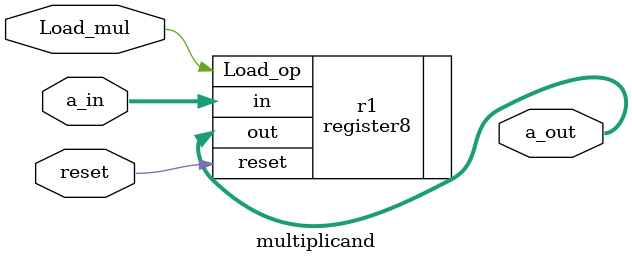
<source format=sv>
module multiplicand (
    input logic [7:0]a_in,
    input logic Load_mul,
    input logic reset,
    output logic [7:0]a_out

);


register8 r1 (

    .reset(reset),
    .Load_op(Load_mul),
    .in(a_in),
    .out(a_out)
);
endmodule


</source>
